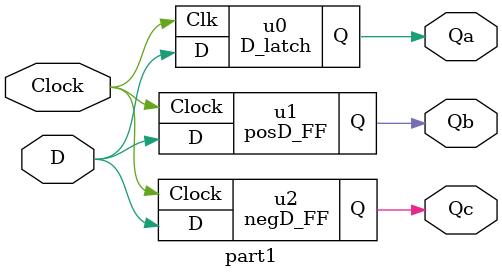
<source format=v>
module D_latch (D, Clk, Q);
	input D, Clk;
	output reg Q;
	always @ (D, Clk)
		if (Clk == 1)
			Q = D;
endmodule

module posD_FF (D, Clock, Q);
	input D, Clock;
	output reg Q;
	always @ (posedge Clock)
		Q <= D;
endmodule 

module negD_FF (D, Clock, Q);
	input D, Clock;
	output reg Q;
	always @ (negedge Clock)
		Q <= D;
endmodule 

module part1 (D, Clock, Qa, Qb, Qc);
	input D, Clock;
	output Qa, Qb, Qc;
	
	D_latch u0(D, Clock, Qa);
	posD_FF u1(D, Clock, Qb);
	negD_FF u2(D, Clock, Qc);

endmodule 
</source>
